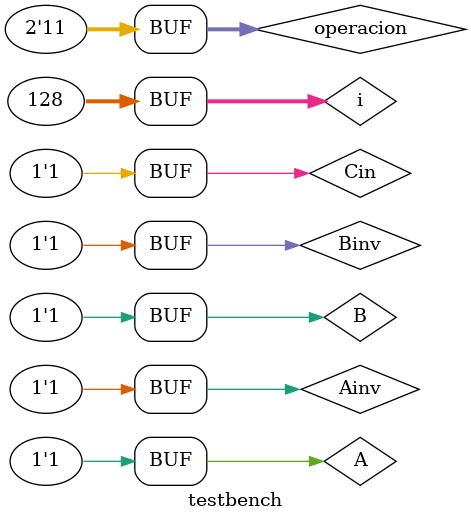
<source format=sv>

`timescale 1ns/1ps

module testbench;
  
  reg A, B, Ainv, Binv, Cin;
  reg [1:0] operacion;
  
  wire resultado, Cout;
  
  ALU DUT (.A(A), 
           .B(B), 
           .Ainv(Ainv), 
           .Binv(Binv), 
           .Cin(Cin), 
           .operacion(operacion), 
           .resultado(resultado), 
           .Cout(Cout));
  
  integer i;
  
  initial begin
    A=0; B=0; Ainv=0; Binv=0; Cin=0; operacion=0;
  

  
    for(i=0; i<128; i=i+1) begin
      #5
      //Se generan todas las combinaciones
      {operacion, Cin, Ainv, Binv, A, B} = i;
    end
  end
  
  initial begin
    //print
    $monitor("Op=%d, Cin=%b, Ainv=%b, Binv=%b, A=%b, B=%b, Res=%b,Cout=%b", 
             operacion, Cin, Ainv, Binv, 
             A, B, resultado,Cout);
  end
    
endmodule

  //Maneras de iterar
  //Repeat
  /*
  repeat (4) begin
    #5
    repeat (2) begin
      repeat (2) begin
        Ainv = ~Ainv
        	//.... Hacer repeats para cada uno 
        		//... Para ir generando todas las combinaciones
      end
      	Cin = ~Cin
    end
  end
  */
  
</source>
